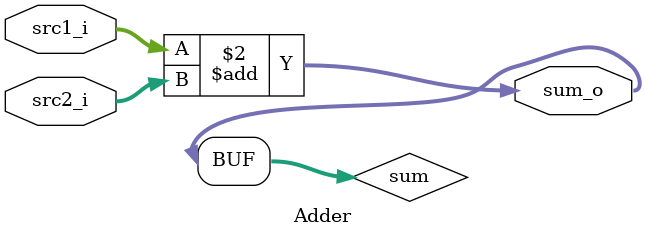
<source format=v>

module Adder(
    src1_i,
	src2_i,
	sum_o
	);
     
//I/O ports
input  [32-1:0]  src1_i;
input  [32-1:0]	 src2_i;
output [32-1:0]	 sum_o;

//Internal Signals
wire   [32-1:0] sum_o;
reg    [32-1:0] sum;
//Parameter
	
//Main function
always @(*)begin
	sum <= src1_i + src2_i;
end

assign sum_o = sum;

endmodule





                    
                    
</source>
